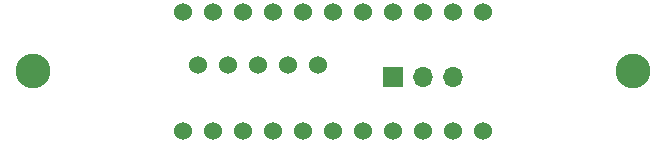
<source format=gbr>
%TF.GenerationSoftware,KiCad,Pcbnew,7.0.7*%
%TF.CreationDate,2023-11-02T23:28:56-05:00*%
%TF.ProjectId,CCD_Breakout,4343445f-4272-4656-916b-6f75742e6b69,rev?*%
%TF.SameCoordinates,Original*%
%TF.FileFunction,Soldermask,Top*%
%TF.FilePolarity,Negative*%
%FSLAX46Y46*%
G04 Gerber Fmt 4.6, Leading zero omitted, Abs format (unit mm)*
G04 Created by KiCad (PCBNEW 7.0.7) date 2023-11-02 23:28:56*
%MOMM*%
%LPD*%
G01*
G04 APERTURE LIST*
%ADD10C,1.524000*%
%ADD11C,2.946400*%
%ADD12R,1.700000X1.700000*%
%ADD13O,1.700000X1.700000*%
G04 APERTURE END LIST*
D10*
%TO.C,U1*%
X55626000Y-32004000D03*
X58166000Y-32004000D03*
X60706000Y-32004000D03*
X63246000Y-32004000D03*
X65786000Y-32004000D03*
X68326000Y-32004000D03*
X70866000Y-32004000D03*
X73406000Y-32004000D03*
X75946000Y-32004000D03*
X78486000Y-32004000D03*
X81026000Y-32004000D03*
X81026000Y-22004000D03*
X78486000Y-22004000D03*
X75946000Y-22004000D03*
X73406000Y-22004000D03*
X70866000Y-22004000D03*
X68326000Y-22004000D03*
X65786000Y-22004000D03*
X63246000Y-22004000D03*
X60706000Y-22004000D03*
X58166000Y-22004000D03*
X55626000Y-22004000D03*
%TD*%
D11*
%TO.C,V2*%
X93726000Y-26924000D03*
%TD*%
%TO.C,V1*%
X42926000Y-26924000D03*
%TD*%
D10*
%TO.C,Conn1*%
X56896000Y-26416000D03*
X59436000Y-26416000D03*
X61976000Y-26416000D03*
X64516000Y-26416000D03*
X67056000Y-26416000D03*
%TD*%
D12*
%TO.C,J1*%
X73406000Y-27432000D03*
D13*
X75946000Y-27432000D03*
X78486000Y-27432000D03*
%TD*%
M02*

</source>
